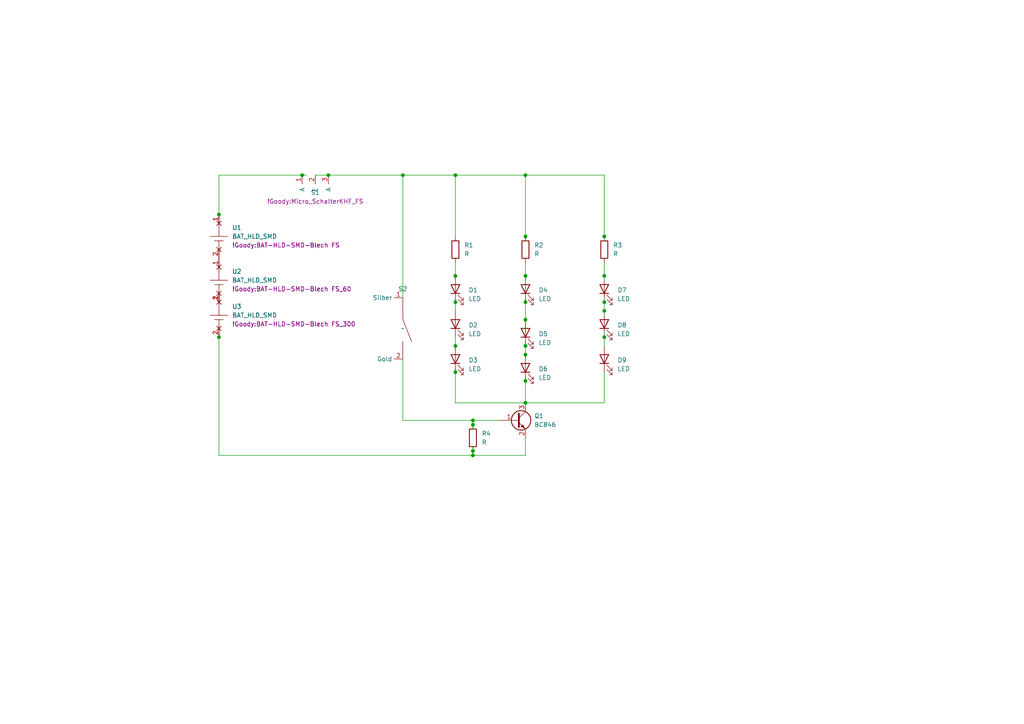
<source format=kicad_sch>
(kicad_sch (version 20230121) (generator eeschema)
  (paper "A4")
  (title_block (title "Fidget Spinner") (date "08.08.2024") (comment 1 "KHF 08.08.2024"))
  (lib_symbols
    (symbol "!Goody:BAT_HLD_SMD" (pin_names (offset 1.016))
      (property "Reference" "U" (at -5.08 0 0))
      (property "Value" "BAT_HLD_SMD" (at -10.16 3.81 0))
      (property "Footprint" "KHF_LIB:BAT-HLD-SMD" (at -15.24 6.35 0))
      (symbol "BAT_HLD_SMD_0_1"
        (rectangle (start -1.27 -1.27) (end 1.27 -1.27))
        (rectangle (start -1.27 0) (end -2.54 0))
        (rectangle (start -1.27 0) (end 1.27 0))
        (polyline (pts (xy 0 -3.81) (xy 0 -1.27)))
        (polyline (pts (xy 0 0) (xy 0 3.81)))
        (polyline (pts (xy 1.27 0) (xy 2.54 0)))
      )
      (symbol "BAT_HLD_SMD_1_1"
        (pin power_out non_logic (at 0 6.35 270) (length 2.54) (name "~") (number "1"))
        (pin power_out non_logic (at 0 -6.35 90) (length 2.54) (name "~") (number "2"))
      )
    )
    (symbol "!Goody:LED" (pin_numbers hide) (pin_names (offset 1.016) hide)
      (property "Reference" "D" (at 0 2.54 0))
      (property "Value" "LED" (at 2.54 -2.54 90))
      (symbol "LED_0_1"
        (polyline (pts (xy 0 -3.81) (xy 0 -1.27)))
        (polyline (pts (xy 1.27 -3.81) (xy -1.27 -3.81)) (stroke (width 0.254)))
        (polyline (pts (xy 1.27 -1.27) (xy -1.27 -1.27) (xy 0 -3.81) (xy 1.27 -1.27)) (stroke (width 0.254)))
        (polyline (pts (xy 0.762 -5.588) (xy 2.286 -7.112) (xy 2.286 -6.35) (xy 2.286 -7.112) (xy 1.524 -7.112)))
        (polyline (pts (xy 0.762 -4.318) (xy 2.286 -5.842) (xy 2.286 -5.08) (xy 2.286 -5.842) (xy 1.524 -5.842)))
      )
      (symbol "LED_1_1"
        (pin passive line (at 0 -6.35 90) (length 2.54) (name "K") (number "1"))
        (pin passive line (at 0 1.27 270) (length 2.54) (name "A") (number "2"))
      )
    )
    (symbol "!Goody:Micro_Schalter" (pin_names (offset 1.016))
      (property "Reference" "S" (at 0 0 0))
      (property "Footprint" "KHF_LIB:Micro_SchalterKHF" (at 0 0 0))
      (symbol "Micro_Schalter_1_1"
        (pin passive line (at -3.81 -2.54 270) (length 2.54) (name "A") (number "1"))
        (pin passive line (at 0 -2.54 270) (length 2.54) (name "E") (number "2"))
        (pin passive line (at 3.81 -2.54 270) (length 2.54) (name "A") (number "3"))
      )
    )
    (symbol "!Goody:SW-200D"
      (property "Reference" "S" (at -1.27 -1.27 0))
      (symbol "SW-200D_0_1"
        (polyline (pts (xy 0 -3.81) (xy 0 -8.89)))
        (polyline (pts (xy 0 8.89) (xy 0 2.54) (xy 2.54 -3.81)))
      )
      (symbol "SW-200D_1_1"
        (pin input line (at 0 8.89 180) (length 2.54) (name "Silber") (number "1"))
        (pin output line (at 0 -8.89 180) (length 2.54) (name "Gold") (number "2"))
      )
    )
    (symbol "Device:R" (pin_numbers hide) (pin_names (offset 0))
      (property "Reference" "R" (at 2.032 0 90))
      (property "Value" "R" (at 0 0 90))
      (symbol "R_0_1"
        (rectangle (start -1.016 -2.54) (end 1.016 2.54) (stroke (width 0.254)))
      )
      (symbol "R_1_1"
        (pin passive line (at 0 3.81 270) (length 1.27) (name "~") (number "1"))
        (pin passive line (at 0 -3.81 90) (length 1.27) (name "~") (number "2"))
      )
    )
    (symbol "Transistor_BJT:BC846" (pin_names (offset 0) hide)
      (property "Reference" "Q" (at 5.08 1.905 0))
      (property "Value" "BC846" (at 5.08 0 0))
      (symbol "BC846_0_1"
        (polyline (pts (xy 0.635 0.635) (xy 2.54 2.54)))
        (polyline (pts (xy 0.635 -0.635) (xy 2.54 -2.54) (xy 2.54 -2.54)))
        (polyline (pts (xy 0.635 1.905) (xy 0.635 -1.905) (xy 0.635 -1.905)) (stroke (width 0.508)))
        (polyline (pts (xy 1.27 -1.778) (xy 1.778 -1.27) (xy 2.286 -2.286) (xy 1.27 -1.778) (xy 1.27 -1.778)) (fill (type outline)))
        (circle (center 1.27 0) (radius 2.8194) (stroke (width 0.254)))
      )
      (symbol "BC846_1_1"
        (pin input line (at -5.08 0 0) (length 5.715) (name "B") (number "1"))
        (pin passive line (at 2.54 -5.08 90) (length 2.54) (name "E") (number "2"))
        (pin passive line (at 2.54 5.08 270) (length 2.54) (name "C") (number "3"))
      )
    )
  )
  (junction (at 132.08 80.01))
  (junction (at 63.5 62.23))
  (junction (at 175.26 87.63))
  (junction (at 152.4 100.33))
  (junction (at 132.08 107.95))
  (junction (at 152.4 110.49))
  (junction (at 132.08 87.63))
  (junction (at 87.63 50.8))
  (junction (at 137.16 121.92))
  (junction (at 152.4 102.87))
  (junction (at 63.5 97.79))
  (junction (at 152.4 92.71))
  (junction (at 95.25 50.8))
  (junction (at 152.4 116.84))
  (junction (at 152.4 80.01))
  (junction (at 152.4 87.63))
  (junction (at 132.08 100.33))
  (junction (at 152.4 50.8))
  (junction (at 137.16 130.81))
  (junction (at 175.26 97.79))
  (junction (at 137.16 123.19))
  (junction (at 132.08 50.8))
  (junction (at 175.26 80.01))
  (junction (at 175.26 90.17))
  (junction (at 175.26 68.58))
  (junction (at 152.4 68.58))
  (junction (at 116.84 50.8))
  (junction (at 137.16 132.08))
  (wire (pts (xy 91.44 50.8) (xy 95.25 50.8)))
  (wire (pts (xy 137.16 123.19) (xy 137.16 124.46)))
  (wire (pts (xy 116.84 50.8) (xy 132.08 50.8)))
  (wire (pts (xy 175.26 87.63) (xy 175.26 90.17)))
  (wire (pts (xy 152.4 102.87) (xy 152.4 104.14)))
  (wire (pts (xy 63.5 62.23) (xy 63.5 63.5)))
  (wire (pts (xy 132.08 50.8) (xy 152.4 50.8)))
  (wire (pts (xy 152.4 86.36) (xy 152.4 87.63)))
  (wire (pts (xy 63.5 132.08) (xy 137.16 132.08)))
  (wire (pts (xy 132.08 116.84) (xy 152.4 116.84)))
  (wire (pts (xy 175.26 80.01) (xy 175.26 81.28)))
  (wire (pts (xy 152.4 92.71) (xy 152.4 96.52)))
  (wire (pts (xy 175.26 76.2) (xy 175.26 80.01)))
  (wire (pts (xy 63.5 50.8) (xy 87.63 50.8)))
  (wire (pts (xy 175.26 90.17) (xy 175.26 91.44)))
  (wire (pts (xy 132.08 106.68) (xy 132.08 107.95)))
  (wire (pts (xy 175.26 68.58) (xy 175.26 69.85)))
  (wire (pts (xy 132.08 86.36) (xy 132.08 87.63)))
  (wire (pts (xy 137.16 129.54) (xy 137.16 130.81)))
  (wire (pts (xy 152.4 127) (xy 152.4 132.08)))
  (wire (pts (xy 63.5 50.8) (xy 63.5 62.23)))
  (wire (pts (xy 137.16 130.81) (xy 137.16 132.08)))
  (wire (pts (xy 175.26 50.8) (xy 175.26 68.58)))
  (wire (pts (xy 132.08 97.79) (xy 132.08 100.33)))
  (wire (pts (xy 132.08 107.95) (xy 132.08 116.84)))
  (wire (pts (xy 132.08 80.01) (xy 132.08 81.28)))
  (wire (pts (xy 152.4 80.01) (xy 152.4 81.28)))
  (wire (pts (xy 152.4 100.33) (xy 152.4 102.87)))
  (wire (pts (xy 152.4 110.49) (xy 152.4 116.84)))
  (wire (pts (xy 175.26 97.79) (xy 175.26 100.33)))
  (wire (pts (xy 152.4 99.06) (xy 152.4 100.33)))
  (wire (pts (xy 137.16 121.92) (xy 144.78 121.92)))
  (wire (pts (xy 175.26 86.36) (xy 175.26 87.63)))
  (wire (pts (xy 116.84 86.36) (xy 116.84 50.8)))
  (wire (pts (xy 87.63 50.8) (xy 88.9 50.8)))
  (wire (pts (xy 175.26 107.95) (xy 175.26 116.84)))
  (wire (pts (xy 137.16 132.08) (xy 152.4 132.08)))
  (wire (pts (xy 132.08 76.2) (xy 132.08 80.01)))
  (wire (pts (xy 132.08 50.8) (xy 132.08 68.58)))
  (wire (pts (xy 132.08 100.33) (xy 132.08 101.6)))
  (wire (pts (xy 152.4 116.84) (xy 175.26 116.84)))
  (wire (pts (xy 132.08 87.63) (xy 132.08 90.17)))
  (wire (pts (xy 116.84 104.14) (xy 116.84 121.92)))
  (wire (pts (xy 137.16 121.92) (xy 137.16 123.19)))
  (wire (pts (xy 63.5 96.52) (xy 63.5 97.79)))
  (wire (pts (xy 152.4 68.58) (xy 152.4 69.85)))
  (wire (pts (xy 152.4 109.22) (xy 152.4 110.49)))
  (wire (pts (xy 152.4 50.8) (xy 175.26 50.8)))
  (wire (pts (xy 95.25 50.8) (xy 116.84 50.8)))
  (wire (pts (xy 152.4 76.2) (xy 152.4 80.01)))
  (wire (pts (xy 63.5 97.79) (xy 63.5 132.08)))
  (wire (pts (xy 152.4 87.63) (xy 152.4 92.71)))
  (wire (pts (xy 116.84 121.92) (xy 137.16 121.92)))
  (wire (pts (xy 152.4 50.8) (xy 152.4 68.58)))
  (wire (pts (xy 175.26 96.52) (xy 175.26 97.79)))
  (symbol (lib_id "!Goody:LED") (at 132.08 81.28 0) (unit 1)
    (property "Reference" "D1" (at 135.89 84.1375 0) (effects (justify left)))
    (property "Value" "LED" (at 135.89 86.6775 0) (effects (justify left)))
    (property "Footprint" "!Goody:C_1812_4532Metric_0" (effects hide))
  )
  (symbol (lib_id "!Goody:LED") (at 132.08 91.44 0) (unit 1)
    (property "Reference" "D2" (at 135.89 94.2975 0) (effects (justify left)))
    (property "Value" "LED" (at 135.89 96.8375 0) (effects (justify left)))
    (property "Footprint" "!Goody:C_1812_4532Metric_0" (effects hide))
  )
  (symbol (lib_id "!Goody:BAT_HLD_SMD") (at 63.5 81.28 0) (unit 1)
    (property "Reference" "U2" (at 67.31 78.74 0) (effects (justify left)))
    (property "Value" "BAT_HLD_SMD" (at 67.31 81.28 0) (effects (justify left)))
    (property "Footprint" "!Goody:BAT-HLD-SMD-Blech FS_60" (at 67.31 83.82 0) (effects (justify left)))
  )
  (symbol (lib_id "Device:R") (at 175.26 72.39 0) (unit 1)
    (property "Reference" "R3" (at 177.8 71.12 0) (effects (justify left)))
    (property "Value" "R" (at 177.8 73.66 0) (effects (justify left)))
    (property "Footprint" "Resistor_SMD:R_0805_2012Metric" (effects hide))
  )
  (symbol (lib_id "!Goody:BAT_HLD_SMD") (at 63.5 91.44 0) (unit 1)
    (property "Reference" "U3" (at 67.31 88.9 0) (effects (justify left)))
    (property "Value" "BAT_HLD_SMD" (at 67.31 91.44 0) (effects (justify left)))
    (property "Footprint" "!Goody:BAT-HLD-SMD-Blech FS_300" (at 67.31 93.98 0) (effects (justify left)))
  )
  (symbol (lib_id "!Goody:Micro_Schalter") (at 91.44 48.26 0) (unit 1)
    (property "Reference" "S1" (at 91.44 55.88 0))
    (property "Value" "Micro_Schalter" (effects hide))
    (property "Footprint" "!Goody:Micro_SchalterKHF_FS" (at 91.44 58.42 0))
  )
  (symbol (lib_id "Device:R") (at 132.08 72.39 0) (unit 1)
    (property "Reference" "R1" (at 134.62 71.12 0) (effects (justify left)))
    (property "Value" "R" (at 134.62 73.66 0) (effects (justify left)))
    (property "Footprint" "Resistor_SMD:R_0805_2012Metric" (effects hide))
  )
  (symbol (lib_id "!Goody:LED") (at 175.26 81.28 0) (unit 1)
    (property "Reference" "D7" (at 179.07 84.1375 0) (effects (justify left)))
    (property "Value" "LED" (at 179.07 86.6775 0) (effects (justify left)))
    (property "Footprint" "!Goody:C_1812_4532Metric_300" (effects hide))
  )
  (symbol (lib_id "Device:R") (at 137.16 127 0) (unit 1)
    (property "Reference" "R4" (at 139.7 125.73 0) (effects (justify left)))
    (property "Value" "R" (at 139.7 128.27 0) (effects (justify left)))
    (property "Footprint" "Resistor_SMD:R_0805_2012Metric" (effects hide))
  )
  (symbol (lib_id "Transistor_BJT:BC846") (at 149.86 121.92 0) (unit 1)
    (property "Reference" "Q1" (at 154.94 120.65 0) (effects (justify left)))
    (property "Value" "BC846" (at 154.94 123.19 0) (effects (justify left)))
    (property "Footprint" "Package_TO_SOT_SMD:SOT-23" (effects hide))
    (property "Datasheet" "https://assets.nexperia.com/documents/data-sheet/BC846_SER.pdf" (effects hide))
  )
  (symbol (lib_id "!Goody:LED") (at 132.08 101.6 0) (unit 1)
    (property "Reference" "D3" (at 135.89 104.4575 0) (effects (justify left)))
    (property "Value" "LED" (at 135.89 106.9975 0) (effects (justify left)))
    (property "Footprint" "!Goody:C_1812_4532Metric_0" (effects hide))
  )
  (symbol (lib_id "Device:R") (at 152.4 72.39 0) (unit 1)
    (property "Reference" "R2" (at 154.94 71.12 0) (effects (justify left)))
    (property "Value" "R" (at 154.94 73.66 0) (effects (justify left)))
    (property "Footprint" "Resistor_SMD:R_0805_2012Metric" (effects hide))
  )
  (symbol (lib_id "!Goody:LED") (at 175.26 101.6 0) (unit 1)
    (property "Reference" "D9" (at 179.07 104.4575 0) (effects (justify left)))
    (property "Value" "LED" (at 179.07 106.9975 0) (effects (justify left)))
    (property "Footprint" "!Goody:C_1812_4532Metric_300" (effects hide))
  )
  (symbol (lib_id "!Goody:LED") (at 152.4 104.14 0) (unit 1)
    (property "Reference" "D6" (at 156.21 106.9975 0) (effects (justify left)))
    (property "Value" "LED" (at 156.21 109.5375 0) (effects (justify left)))
    (property "Footprint" "!Goody:C_1812_4532Metric_60" (effects hide))
  )
  (symbol (lib_id "!Goody:SW-200D") (at 116.84 95.25 0) (unit 1)
    (property "Reference" "S2" (at 116.84 83.82 0))
    (property "Value" "~" (at 116.84 95.25 0))
    (property "Footprint" "!Goody:SW-200D" (effects hide))
  )
  (symbol (lib_id "!Goody:BAT_HLD_SMD") (at 63.5 68.58 0) (unit 1)
    (property "Reference" "U1" (at 67.31 66.04 0) (effects (justify left)))
    (property "Value" "BAT_HLD_SMD" (at 67.31 68.58 0) (effects (justify left)))
    (property "Footprint" "!Goody:BAT-HLD-SMD-Blech FS" (at 67.31 71.12 0) (effects (justify left)))
  )
  (symbol (lib_id "!Goody:LED") (at 175.26 91.44 0) (unit 1)
    (property "Reference" "D8" (at 179.07 94.2975 0) (effects (justify left)))
    (property "Value" "LED" (at 179.07 96.8375 0) (effects (justify left)))
    (property "Footprint" "!Goody:C_1812_4532Metric_300" (effects hide))
  )
  (symbol (lib_id "!Goody:LED") (at 152.4 93.98 0) (unit 1)
    (property "Reference" "D5" (at 156.21 96.8375 0) (effects (justify left)))
    (property "Value" "LED" (at 156.21 99.3775 0) (effects (justify left)))
    (property "Footprint" "!Goody:C_1812_4532Metric_60" (effects hide))
  )
  (symbol (lib_id "!Goody:LED") (at 152.4 81.28 0) (unit 1)
    (property "Reference" "D4" (at 156.21 84.1375 0) (effects (justify left)))
    (property "Value" "LED" (at 156.21 86.6775 0) (effects (justify left)))
    (property "Footprint" "!Goody:C_1812_4532Metric_60" (effects hide))
  )
)
</source>
